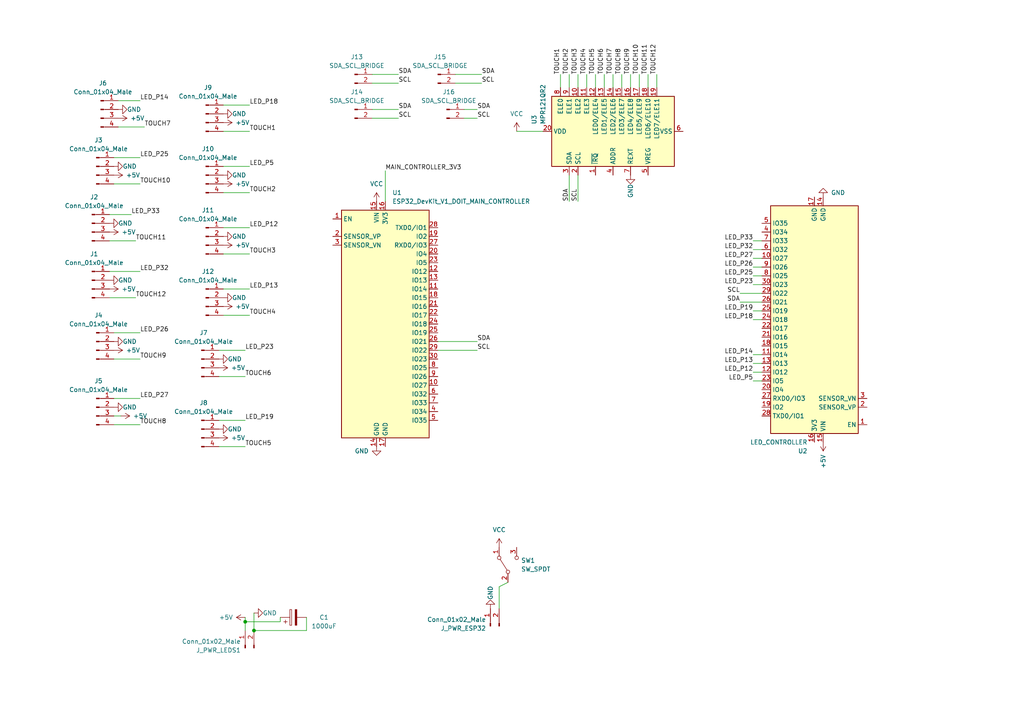
<source format=kicad_sch>
(kicad_sch (version 20211123) (generator eeschema)
  (paper "A4")
  (lib_symbols
    (symbol "Connector:Conn_01x02_Male" (pin_names (offset 1.016) hide)
      (property "Reference" "J" (at 0 2.54 0))
      (property "Value" "Conn_01x02_Male" (at 0 -5.08 0))
      (symbol "Conn_01x02_Male_1_1"
        (polyline (pts (xy 1.27 -2.54) (xy 0.8636 -2.54)) (stroke (width 0.1524)))
        (polyline (pts (xy 1.27 0) (xy 0.8636 0)) (stroke (width 0.1524)))
        (rectangle (start 0.8636 -2.413) (end 0 -2.667) (stroke (width 0.1524)) (fill (type outline)))
        (rectangle (start 0.8636 0.127) (end 0 -0.127) (stroke (width 0.1524)) (fill (type outline)))
        (pin passive line (at 5.08 0 180) (length 3.81) (name "Pin_1") (number "1"))
        (pin passive line (at 5.08 -2.54 180) (length 3.81) (name "Pin_2") (number "2"))
      )
    )
    (symbol "Connector:Conn_01x04_Male" (pin_names (offset 1.016) hide)
      (property "Reference" "J" (at 0 5.08 0))
      (property "Value" "Conn_01x04_Male" (at 0 -7.62 0))
      (symbol "Conn_01x04_Male_1_1"
        (polyline (pts (xy 1.27 -5.08) (xy 0.8636 -5.08)) (stroke (width 0.1524)))
        (polyline (pts (xy 1.27 -2.54) (xy 0.8636 -2.54)) (stroke (width 0.1524)))
        (polyline (pts (xy 1.27 0) (xy 0.8636 0)) (stroke (width 0.1524)))
        (polyline (pts (xy 1.27 2.54) (xy 0.8636 2.54)) (stroke (width 0.1524)))
        (rectangle (start 0.8636 -4.953) (end 0 -5.207) (stroke (width 0.1524)) (fill (type outline)))
        (rectangle (start 0.8636 -2.413) (end 0 -2.667) (stroke (width 0.1524)) (fill (type outline)))
        (rectangle (start 0.8636 0.127) (end 0 -0.127) (stroke (width 0.1524)) (fill (type outline)))
        (rectangle (start 0.8636 2.667) (end 0 2.413) (stroke (width 0.1524)) (fill (type outline)))
        (pin passive line (at 5.08 2.54 180) (length 3.81) (name "Pin_1") (number "1"))
        (pin passive line (at 5.08 0 180) (length 3.81) (name "Pin_2") (number "2"))
        (pin passive line (at 5.08 -2.54 180) (length 3.81) (name "Pin_3") (number "3"))
        (pin passive line (at 5.08 -5.08 180) (length 3.81) (name "Pin_4") (number "4"))
      )
    )
    (symbol "Device:C_Polarized" (pin_numbers hide) (pin_names (offset 0.254))
      (property "Reference" "C" (at 0.635 2.54 0))
      (property "Value" "C_Polarized" (at 0.635 -2.54 0))
      (symbol "C_Polarized_0_1"
        (rectangle (start -2.286 0.508) (end 2.286 1.016))
        (polyline (pts (xy -1.778 2.286) (xy -0.762 2.286)))
        (polyline (pts (xy -1.27 2.794) (xy -1.27 1.778)))
        (rectangle (start 2.286 -0.508) (end -2.286 -1.016) (fill (type outline)))
      )
      (symbol "C_Polarized_1_1"
        (pin passive line (at 0 3.81 270) (length 2.794) (name "~") (number "1"))
        (pin passive line (at 0 -3.81 90) (length 2.794) (name "~") (number "2"))
      )
    )
    (symbol "ESP32_devkit_v1:ESP32_DevKit_V1_DOIT"
      (property "Reference" "U" (at -11.43 34.29 0))
      (property "Value" "ESP32_DevKit_V1_DOIT" (at 11.43 34.29 0))
      (symbol "ESP32_DevKit_V1_DOIT_1_1"
        (rectangle (start -12.7 33.02) (end 12.7 -33.02) (stroke (width 0.254)) (fill (type background)))
        (pin input line (at -15.24 30.48 0) (length 2.54) (name "EN") (number "1"))
        (pin bidirectional line (at 15.24 -17.78 180) (length 2.54) (name "IO27") (number "10"))
        (pin bidirectional line (at 15.24 10.16 180) (length 2.54) (name "IO14") (number "11"))
        (pin bidirectional line (at 15.24 15.24 180) (length 2.54) (name "IO12") (number "12"))
        (pin bidirectional line (at 15.24 12.7 180) (length 2.54) (name "IO13") (number "13"))
        (pin power_in line (at -2.54 -35.56 90) (length 2.54) (name "GND") (number "14"))
        (pin power_in line (at -2.54 35.56 270) (length 2.54) (name "VIN") (number "15"))
        (pin power_in line (at 0 35.56 270) (length 2.54) (name "3V3") (number "16"))
        (pin power_in line (at 0 -35.56 90) (length 2.54) (name "GND") (number "17"))
        (pin bidirectional line (at 15.24 7.62 180) (length 2.54) (name "IO15") (number "18"))
        (pin bidirectional line (at 15.24 25.4 180) (length 2.54) (name "IO2") (number "19"))
        (pin input line (at -15.24 25.4 0) (length 2.54) (name "SENSOR_VP") (number "2"))
        (pin bidirectional line (at 15.24 20.32 180) (length 2.54) (name "IO4") (number "20"))
        (pin bidirectional line (at 15.24 5.08 180) (length 2.54) (name "IO16") (number "21"))
        (pin bidirectional line (at 15.24 2.54 180) (length 2.54) (name "IO17") (number "22"))
        (pin bidirectional line (at 15.24 17.78 180) (length 2.54) (name "IO5") (number "23"))
        (pin bidirectional line (at 15.24 0 180) (length 2.54) (name "IO18") (number "24"))
        (pin bidirectional line (at 15.24 -2.54 180) (length 2.54) (name "IO19") (number "25"))
        (pin bidirectional line (at 15.24 -5.08 180) (length 2.54) (name "IO21") (number "26"))
        (pin bidirectional line (at 15.24 22.86 180) (length 2.54) (name "RXD0/IO3") (number "27"))
        (pin bidirectional line (at 15.24 27.94 180) (length 2.54) (name "TXD0/IO1") (number "28"))
        (pin bidirectional line (at 15.24 -7.62 180) (length 2.54) (name "IO22") (number "29"))
        (pin input line (at -15.24 22.86 0) (length 2.54) (name "SENSOR_VN") (number "3"))
        (pin bidirectional line (at 15.24 -10.16 180) (length 2.54) (name "IO23") (number "30"))
        (pin input line (at 15.24 -25.4 180) (length 2.54) (name "IO34") (number "4"))
        (pin input line (at 15.24 -27.94 180) (length 2.54) (name "IO35") (number "5"))
        (pin bidirectional line (at 15.24 -20.32 180) (length 2.54) (name "IO32") (number "6"))
        (pin bidirectional line (at 15.24 -22.86 180) (length 2.54) (name "IO33") (number "7"))
        (pin bidirectional line (at 15.24 -12.7 180) (length 2.54) (name "IO25") (number "8"))
        (pin bidirectional line (at 15.24 -15.24 180) (length 2.54) (name "IO26") (number "9"))
      )
    )
    (symbol "Sensor_Touch:MPR121QR2"
      (property "Reference" "U" (at -10.16 19.05 0))
      (property "Value" "MPR121QR2" (at 6.35 19.05 0))
      (symbol "MPR121QR2_0_1"
        (rectangle (start -10.16 17.78) (end 10.16 -17.78) (stroke (width 0.254)) (fill (type background)))
      )
      (symbol "MPR121QR2_1_1"
        (pin open_collector line (at -12.7 5.08 0) (length 2.54) (name "~{IRQ}") (number "1"))
        (pin passive line (at 12.7 10.16 180) (length 2.54) (name "ELE2") (number "10"))
        (pin passive line (at 12.7 7.62 180) (length 2.54) (name "ELE3") (number "11"))
        (pin passive line (at 12.7 5.08 180) (length 2.54) (name "LED0/ELE4") (number "12"))
        (pin passive line (at 12.7 2.54 180) (length 2.54) (name "LED1/ELE5") (number "13"))
        (pin passive line (at 12.7 0 180) (length 2.54) (name "LED2/ELE6") (number "14"))
        (pin passive line (at 12.7 -2.54 180) (length 2.54) (name "LED3/ELE7") (number "15"))
        (pin passive line (at 12.7 -5.08 180) (length 2.54) (name "LED4/ELE8") (number "16"))
        (pin passive line (at 12.7 -7.62 180) (length 2.54) (name "LED5/ELE9") (number "17"))
        (pin passive line (at 12.7 -10.16 180) (length 2.54) (name "LED6/ELE10") (number "18"))
        (pin passive line (at 12.7 -12.7 180) (length 2.54) (name "LED7/ELE11") (number "19"))
        (pin input line (at -12.7 10.16 0) (length 2.54) (name "SCL") (number "2"))
        (pin power_in line (at 0 20.32 270) (length 2.54) (name "VDD") (number "20"))
        (pin bidirectional line (at -12.7 12.7 0) (length 2.54) (name "SDA") (number "3"))
        (pin input line (at -12.7 0 0) (length 2.54) (name "ADDR") (number "4"))
        (pin passive line (at -12.7 -10.16 0) (length 2.54) (name "VREG") (number "5"))
        (pin power_in line (at 0 -20.32 90) (length 2.54) (name "VSS") (number "6"))
        (pin passive line (at -12.7 -5.08 0) (length 2.54) (name "REXT") (number "7"))
        (pin passive line (at 12.7 15.24 180) (length 2.54) (name "ELE0") (number "8"))
        (pin passive line (at 12.7 12.7 180) (length 2.54) (name "ELE1") (number "9"))
      )
    )
    (symbol "Switch:SW_SPDT" (pin_names (offset 0) hide)
      (property "Reference" "SW" (at 0 4.318 0))
      (property "Value" "SW_SPDT" (at 0 -5.08 0))
      (symbol "SW_SPDT_0_0"
        (circle (center -2.032 0) (radius 0.508))
        (circle (center 2.032 -2.54) (radius 0.508))
      )
      (symbol "SW_SPDT_0_1"
        (polyline (pts (xy -1.524 0.254) (xy 1.651 2.286)))
        (circle (center 2.032 2.54) (radius 0.508))
      )
      (symbol "SW_SPDT_1_1"
        (pin passive line (at 5.08 2.54 180) (length 2.54) (name "A") (number "1"))
        (pin passive line (at -5.08 0 0) (length 2.54) (name "B") (number "2"))
        (pin passive line (at 5.08 -2.54 180) (length 2.54) (name "C") (number "3"))
      )
    )
    (symbol "power:+5V" (power) (pin_names (offset 0))
      (property "Value" "+5V" (at 0 3.556 0))
      (symbol "+5V_0_1"
        (polyline (pts (xy -0.762 1.27) (xy 0 2.54)))
        (polyline (pts (xy 0 0) (xy 0 2.54)))
        (polyline (pts (xy 0 2.54) (xy 0.762 1.27)))
      )
      (symbol "+5V_1_1"
        (pin power_in line (at 0 0 90) (length 0) hide (name "+5V") (number "1"))
      )
    )
    (symbol "power:GND" (power) (pin_names (offset 0))
      (property "Value" "GND" (at 0 -3.81 0))
      (symbol "GND_0_1"
        (polyline (pts (xy 0 0) (xy 0 -1.27) (xy 1.27 -1.27) (xy 0 -2.54) (xy -1.27 -1.27) (xy 0 -1.27)))
      )
      (symbol "GND_1_1"
        (pin power_in line (at 0 0 270) (length 0) hide (name "GND") (number "1"))
      )
    )
    (symbol "power:VCC" (power) (pin_names (offset 0))
      (property "Value" "VCC" (at 0 3.81 0))
      (symbol "VCC_0_1"
        (polyline (pts (xy -0.762 1.27) (xy 0 2.54)))
        (polyline (pts (xy 0 0) (xy 0 2.54)))
        (polyline (pts (xy 0 2.54) (xy 0.762 1.27)))
      )
      (symbol "VCC_1_1"
        (pin power_in line (at 0 0 90) (length 0) hide (name "VCC") (number "1"))
      )
    )
  )
  (junction (at 73.66 182.88))
  (junction (at 71.12 180.34))
  (wire (pts (xy 64.77 55.88) (xy 72.39 55.88)))
  (wire (pts (xy 34.29 29.21) (xy 40.64 29.21)))
  (wire (pts (xy 81.28 179.07) (xy 81.28 180.34)))
  (wire (pts (xy 220.98 85.09) (xy 214.63 85.09)))
  (wire (pts (xy 132.08 21.59) (xy 139.7 21.59)))
  (wire (pts (xy 88.9 179.07) (xy 88.9 182.88)))
  (wire (pts (xy 127 99.06) (xy 138.43 99.06)))
  (wire (pts (xy 144.78 176.53) (xy 144.78 170.18)))
  (wire (pts (xy 127 101.6) (xy 138.43 101.6)))
  (wire (pts (xy 182.88 25.4) (xy 182.88 21.59)))
  (wire (pts (xy 220.98 72.39) (xy 218.44 72.39)))
  (wire (pts (xy 64.77 38.1) (xy 72.39 38.1)))
  (wire (pts (xy 33.02 96.52) (xy 40.64 96.52)))
  (wire (pts (xy 175.26 25.4) (xy 175.26 21.59)))
  (wire (pts (xy 81.28 180.34) (xy 71.12 180.34)))
  (wire (pts (xy 107.95 34.29) (xy 115.57 34.29)))
  (wire (pts (xy 64.77 83.82) (xy 72.39 83.82)))
  (wire (pts (xy 33.02 120.65) (xy 35.0719 120.65)))
  (wire (pts (xy 177.8 25.4) (xy 177.8 21.59)))
  (wire (pts (xy 167.64 25.4) (xy 167.64 21.59)))
  (wire (pts (xy 165.1 25.4) (xy 165.1 21.59)))
  (wire (pts (xy 220.98 77.47) (xy 218.44 77.47)))
  (wire (pts (xy 31.75 78.74) (xy 40.64 78.74)))
  (wire (pts (xy 220.98 107.95) (xy 218.44 107.95)))
  (wire (pts (xy 165.1 58.42) (xy 165.1 50.8)))
  (wire (pts (xy 34.29 36.83) (xy 41.91 36.83)))
  (wire (pts (xy 33.02 104.14) (xy 40.64 104.14)))
  (wire (pts (xy 107.95 21.59) (xy 115.57 21.59)))
  (wire (pts (xy 107.95 24.13) (xy 115.57 24.13)))
  (wire (pts (xy 33.02 123.19) (xy 40.64 123.19)))
  (wire (pts (xy 31.75 62.23) (xy 38.1 62.23)))
  (wire (pts (xy 220.98 90.17) (xy 218.44 90.17)))
  (wire (pts (xy 63.5 101.6) (xy 71.12 101.6)))
  (wire (pts (xy 33.02 115.57) (xy 40.64 115.57)))
  (wire (pts (xy 107.95 31.75) (xy 115.57 31.75)))
  (wire (pts (xy 63.5 129.54) (xy 71.12 129.54)))
  (wire (pts (xy 71.12 179.07) (xy 71.12 180.34)))
  (wire (pts (xy 172.72 25.4) (xy 172.72 21.59)))
  (wire (pts (xy 64.77 48.26) (xy 72.39 48.26)))
  (wire (pts (xy 31.75 69.85) (xy 39.37 69.85)))
  (wire (pts (xy 64.77 66.04) (xy 72.39 66.04)))
  (wire (pts (xy 64.77 91.44) (xy 72.39 91.44)))
  (wire (pts (xy 134.62 34.29) (xy 138.43 34.29)))
  (wire (pts (xy 170.18 25.4) (xy 170.18 21.59)))
  (wire (pts (xy 134.62 31.75) (xy 138.43 31.75)))
  (wire (pts (xy 220.98 69.85) (xy 218.44 69.85)))
  (wire (pts (xy 111.76 49.53) (xy 111.76 58.42)))
  (wire (pts (xy 64.77 73.66) (xy 72.39 73.66)))
  (wire (pts (xy 162.56 25.4) (xy 162.56 21.59)))
  (wire (pts (xy 220.98 110.49) (xy 218.44 110.49)))
  (wire (pts (xy 71.12 180.34) (xy 71.12 182.88)))
  (wire (pts (xy 64.77 30.48) (xy 72.39 30.48)))
  (wire (pts (xy 190.5 25.4) (xy 190.5 21.59)))
  (wire (pts (xy 167.64 58.42) (xy 167.64 50.8)))
  (wire (pts (xy 73.66 177.8) (xy 73.66 182.88)))
  (wire (pts (xy 187.96 25.4) (xy 187.96 21.59)))
  (wire (pts (xy 63.5 109.22) (xy 71.12 109.22)))
  (wire (pts (xy 180.34 25.4) (xy 180.34 21.59)))
  (wire (pts (xy 149.86 38.1) (xy 157.48 38.1)))
  (wire (pts (xy 220.98 92.71) (xy 218.44 92.71)))
  (wire (pts (xy 132.08 24.13) (xy 139.7 24.13)))
  (wire (pts (xy 220.98 87.63) (xy 214.63 87.63)))
  (wire (pts (xy 220.98 102.87) (xy 218.44 102.87)))
  (wire (pts (xy 33.02 45.72) (xy 40.64 45.72)))
  (wire (pts (xy 144.78 170.18) (xy 147.32 168.91)))
  (wire (pts (xy 63.5 121.92) (xy 71.12 121.92)))
  (wire (pts (xy 220.98 74.93) (xy 218.44 74.93)))
  (wire (pts (xy 220.98 82.55) (xy 218.44 82.55)))
  (wire (pts (xy 185.42 25.4) (xy 185.42 21.59)))
  (wire (pts (xy 220.98 105.41) (xy 218.44 105.41)))
  (wire (pts (xy 220.98 80.01) (xy 218.44 80.01)))
  (wire (pts (xy 33.02 53.34) (xy 40.64 53.34)))
  (wire (pts (xy 88.9 182.88) (xy 73.66 182.88)))
  (wire (pts (xy 31.75 86.36) (xy 39.37 86.36)))
  (label "SDA" (at 138.43 31.75 0))
  (label "LED_P23" (at 71.12 101.6 0))
  (label "LED_P14" (at 218.44 102.87 180))
  (label "TOUCH8" (at 180.34 21.59 90))
  (label "LED_P26" (at 40.64 96.52 0))
  (label "LED_P27" (at 218.44 74.93 180))
  (label "TOUCH1" (at 72.39 38.1 0))
  (label "TOUCH12" (at 39.37 86.36 0))
  (label "LED_P18" (at 218.44 92.71 180))
  (label "SCL" (at 138.43 34.29 0))
  (label "TOUCH4" (at 72.39 91.44 0))
  (label "LED_P12" (at 72.39 66.04 0))
  (label "TOUCH10" (at 40.64 53.34 0))
  (label "LED_P33" (at 38.1 62.23 0))
  (label "LED_P27" (at 40.64 115.57 0))
  (label "SDA" (at 139.7 21.59 0))
  (label "TOUCH9" (at 182.88 21.59 90))
  (label "TOUCH8" (at 40.64 123.19 0))
  (label "SCL" (at 167.64 58.42 90))
  (label "SDA" (at 115.57 31.75 0))
  (label "SCL" (at 115.57 24.13 0))
  (label "LED_P25" (at 40.64 45.72 0))
  (label "LED_P32" (at 218.44 72.39 180))
  (label "TOUCH6" (at 71.12 109.22 0))
  (label "LED_P5" (at 218.44 110.49 180))
  (label "SDA" (at 115.57 21.59 0))
  (label "TOUCH3" (at 72.39 73.66 0))
  (label "LED_P5" (at 72.39 48.26 0))
  (label "LED_P13" (at 218.44 105.41 180))
  (label "LED_P12" (at 218.44 107.95 180))
  (label "TOUCH10" (at 185.42 21.59 90))
  (label "MAIN_CONTROLLER_3V3" (at 111.76 49.53 0))
  (label "TOUCH1" (at 162.56 21.59 90))
  (label "LED_P25" (at 218.44 80.01 180))
  (label "TOUCH3" (at 167.64 21.59 90))
  (label "TOUCH5" (at 172.72 21.59 90))
  (label "SDA" (at 165.1 58.42 90))
  (label "TOUCH2" (at 72.39 55.88 0))
  (label "TOUCH11" (at 187.96 21.59 90))
  (label "SCL" (at 139.7 24.13 0))
  (label "TOUCH12" (at 190.5 21.59 90))
  (label "LED_P14" (at 40.64 29.21 0))
  (label "TOUCH6" (at 175.26 21.59 90))
  (label "TOUCH11" (at 39.37 69.85 0))
  (label "TOUCH2" (at 165.1 21.59 90))
  (label "LED_P32" (at 40.64 78.74 0))
  (label "LED_P18" (at 72.39 30.48 0))
  (label "TOUCH5" (at 71.12 129.54 0))
  (label "TOUCH4" (at 170.18 21.59 90))
  (label "LED_P26" (at 218.44 77.47 180))
  (label "TOUCH7" (at 41.91 36.83 0))
  (label "SCL" (at 138.43 101.6 0))
  (label "SCL" (at 214.63 85.09 180))
  (label "LED_P19" (at 71.12 121.92 0))
  (label "LED_P33" (at 218.44 69.85 180))
  (label "SDA" (at 214.63 87.63 180))
  (label "SCL" (at 115.57 34.29 0))
  (label "TOUCH7" (at 177.8 21.59 90))
  (label "LED_P19" (at 218.44 90.17 180))
  (label "LED_P23" (at 218.44 82.55 180))
  (label "TOUCH9" (at 40.64 104.14 0))
  (label "LED_P13" (at 72.39 83.82 0))
  (label "SDA" (at 138.43 99.06 0))
  (symbol (lib_id "power:+5V") (at 33.02 50.8 270) (unit 1)
    (property "Reference" "#PWR0103" (effects hide))
    (property "Value" "+5V" (at 40.64 50.8 90) (effects (justify right)))
  )
  (symbol (lib_id "Switch:SW_SPDT") (at 147.32 163.83 90) (unit 1)
    (property "Reference" "SW1" (at 151.13 162.5599 90) (effects (justify right)))
    (property "Value" "SW_SPDT" (at 151.13 165.0999 90) (effects (justify right)))
    (property "Footprint" "Button_Switch_SMD:SW_DPDT_CK_JS202011JCQN" (effects hide))
  )
  (symbol (lib_id "power:GND") (at 63.5 104.14 90) (unit 1)
    (property "Reference" "#PWR014" (effects hide))
    (property "Value" "GND" (at 66.04 104.14 90) (effects (justify right)))
  )
  (symbol (lib_id "power:GND") (at 64.77 86.36 90) (unit 1)
    (property "Reference" "#PWR024" (effects hide))
    (property "Value" "GND" (at 67.31 86.36 90) (effects (justify right)))
  )
  (symbol (lib_id "power:GND") (at 31.75 64.77 90) (unit 1)
    (property "Reference" "#PWR04" (effects hide))
    (property "Value" "GND" (at 34.29 64.77 90) (effects (justify right)))
  )
  (symbol (lib_id "power:GND") (at 63.5 124.46 90) (unit 1)
    (property "Reference" "#PWR016" (effects hide))
    (property "Value" "GND" (at 66.04 124.46 90) (effects (justify right)))
  )
  (symbol (lib_id "power:GND") (at 64.77 33.02 90) (unit 1)
    (property "Reference" "#PWR018" (effects hide))
    (property "Value" "GND" (at 67.31 33.02 90) (effects (justify right)))
  )
  (symbol (lib_id "power:+5V") (at 64.77 35.56 270) (unit 1)
    (property "Reference" "#PWR0105" (effects hide))
    (property "Value" "+5V" (at 72.39 35.56 90) (effects (justify right)))
  )
  (symbol (lib_id "Connector:Conn_01x02_Male") (at 129.54 31.75 0) (unit 1)
    (property "Reference" "J16" (at 130.175 26.67 0))
    (property "Value" "SDA_SCL_BRIDGE" (at 130.175 29.21 0))
    (property "Footprint" "Connector_JST:JST_XH_B2B-XH-AM_1x02_P2.50mm_Vertical" (effects hide))
  )
  (symbol (lib_id "power:+5V") (at 31.75 83.82 270) (unit 1)
    (property "Reference" "#PWR0108" (effects hide))
    (property "Value" "+5V" (at 39.37 83.82 90) (effects (justify right)))
  )
  (symbol (lib_id "power:GND") (at 64.77 50.8 90) (unit 1)
    (property "Reference" "#PWR020" (effects hide))
    (property "Value" "GND" (at 67.31 50.8 90) (effects (justify right)))
  )
  (symbol (lib_id "power:+5V") (at 35.0719 120.65 270) (unit 1)
    (property "Reference" "#PWR0113" (effects hide))
    (property "Value" "+5V" (at 42.6919 120.65 90) (effects (justify right)))
  )
  (symbol (lib_id "power:+5V") (at 238.76 128.27 180) (unit 1)
    (property "Reference" "#PWR0117" (effects hide))
    (property "Value" "+5V" (at 238.76 135.89 90) (effects (justify right)))
  )
  (symbol (lib_id "power:+5V") (at 64.77 88.9 270) (unit 1)
    (property "Reference" "#PWR0107" (effects hide))
    (property "Value" "+5V" (at 72.39 88.9 90) (effects (justify right)))
  )
  (symbol (lib_id "power:VCC") (at 109.22 58.42 0) (unit 1)
    (property "Reference" "#PWR0123" (effects hide))
    (property "Value" "VCC" (at 109.22 53.34 0))
  )
  (symbol (lib_id "power:GND") (at 182.88 50.8 0) (unit 1)
    (property "Reference" "#PWR025" (effects hide))
    (property "Value" "GND" (at 182.88 53.34 90) (effects (justify right)))
  )
  (symbol (lib_id "power:GND") (at 34.29 31.75 90) (unit 1)
    (property "Reference" "#PWR012" (effects hide))
    (property "Value" "GND" (at 36.83 31.75 90) (effects (justify right)))
  )
  (symbol (lib_id "power:GND") (at 238.76 57.15 180) (unit 1)
    (property "Reference" "#PWR026" (effects hide))
    (property "Value" "GND" (at 245.11 55.88 0) (effects (justify left)))
  )
  (symbol (lib_id "Connector:Conn_01x02_Male") (at 71.12 187.96 90) (unit 1)
    (property "Reference" "J_PWR_LEDS1" (at 69.85 188.5951 90) (effects (justify left)))
    (property "Value" "Conn_01x02_Male" (at 69.85 186.0551 90) (effects (justify left)))
    (property "Footprint" "Connector_JST:JST_XH_B2B-XH-A_1x02_P2.50mm_Vertical" (effects hide))
  )
  (symbol (lib_id "power:VCC") (at 144.78 158.75 0) (unit 1)
    (property "Reference" "#PWR0121" (effects hide))
    (property "Value" "VCC" (at 144.78 153.67 0))
  )
  (symbol (lib_id "Connector:Conn_01x02_Male") (at 102.87 31.75 0) (unit 1)
    (property "Reference" "J14" (at 103.505 26.67 0))
    (property "Value" "SDA_SCL_BRIDGE" (at 103.505 29.21 0))
    (property "Footprint" "Connector_JST:JST_XH_B2B-XH-AM_1x02_P2.50mm_Vertical" (effects hide))
  )
  (symbol (lib_id "Connector:Conn_01x04_Male") (at 26.67 64.77 0) (unit 1)
    (property "Reference" "J2" (at 27.305 57.15 0))
    (property "Value" "Conn_01x04_Male" (at 27.305 59.69 0))
    (property "Footprint" "Connector_JST:JST_XH_B4B-XH-AM_1x04_P2.50mm_Vertical" (effects hide))
  )
  (symbol (lib_id "power:GND") (at 33.02 48.26 90) (unit 1)
    (property "Reference" "#PWR06" (effects hide))
    (property "Value" "GND" (at 35.56 48.26 90) (effects (justify right)))
  )
  (symbol (lib_id "Connector:Conn_01x04_Male") (at 26.67 81.28 0) (unit 1)
    (property "Reference" "J1" (at 27.305 73.66 0))
    (property "Value" "Conn_01x04_Male" (at 27.305 76.2 0))
    (property "Footprint" "Connector_JST:JST_XH_B4B-XH-AM_1x04_P2.50mm_Vertical" (effects hide))
  )
  (symbol (lib_id "power:+5V") (at 71.12 179.07 90) (unit 1)
    (property "Reference" "#PWR0109" (effects hide))
    (property "Value" "+5V" (at 63.5 179.07 90) (effects (justify right)))
  )
  (symbol (lib_id "Connector:Conn_01x04_Male") (at 29.21 31.75 0) (unit 1)
    (property "Reference" "J6" (at 29.845 24.13 0))
    (property "Value" "Conn_01x04_Male" (at 29.845 26.67 0))
    (property "Footprint" "Connector_JST:JST_XH_B4B-XH-AM_1x04_P2.50mm_Vertical" (effects hide))
  )
  (symbol (lib_id "power:+5V") (at 64.77 71.12 270) (unit 1)
    (property "Reference" "#PWR0106" (effects hide))
    (property "Value" "+5V" (at 72.39 71.12 90) (effects (justify right)))
  )
  (symbol (lib_id "Connector:Conn_01x02_Male") (at 127 21.59 0) (unit 1)
    (property "Reference" "J15" (at 127.635 16.51 0))
    (property "Value" "SDA_SCL_BRIDGE" (at 127.635 19.05 0))
    (property "Footprint" "Connector_JST:JST_XH_B2B-XH-AM_1x02_P2.50mm_Vertical" (effects hide))
  )
  (symbol (lib_id "power:GND") (at 73.66 177.8 90) (unit 1)
    (property "Reference" "#PWR0116" (effects hide))
    (property "Value" "GND" (at 76.2 177.8 90) (effects (justify right)))
  )
  (symbol (lib_id "Connector:Conn_01x04_Male") (at 58.42 124.46 0) (unit 1)
    (property "Reference" "J8" (at 59.055 116.84 0))
    (property "Value" "Conn_01x04_Male" (at 59.055 119.38 0))
    (property "Footprint" "Connector_JST:JST_XH_B4B-XH-AM_1x04_P2.50mm_Vertical" (effects hide))
  )
  (symbol (lib_id "power:+5V") (at 34.29 34.29 270) (unit 1)
    (property "Reference" "#PWR0102" (effects hide))
    (property "Value" "+5V" (at 41.91 34.29 90) (effects (justify right)))
  )
  (symbol (lib_id "power:VCC") (at 149.86 38.1 0) (unit 1)
    (property "Reference" "#PWR0115" (effects hide))
    (property "Value" "VCC" (at 149.86 33.02 0))
  )
  (symbol (lib_id "ESP32_devkit_v1:ESP32_DevKit_V1_DOIT") (at 236.22 92.71 180) (unit 1)
    (property "Reference" "U2" (at 234.2006 130.81 0) (effects (justify left)))
    (property "Value" "LED_CONTROLLER" (at 234.2006 128.27 0) (effects (justify left)))
    (property "Footprint" "ESP32_devkit_v1:esp32_devkit_v1_doit" (effects hide))
    (property "Datasheet" "https://aliexpress.com/item/32864722159.html" (effects hide))
  )
  (symbol (lib_id "Connector:Conn_01x04_Male") (at 59.69 33.02 0) (unit 1)
    (property "Reference" "J9" (at 60.325 25.4 0))
    (property "Value" "Conn_01x04_Male" (at 60.325 27.94 0))
    (property "Footprint" "Connector_JST:JST_XH_B4B-XH-AM_1x04_P2.50mm_Vertical" (effects hide))
  )
  (symbol (lib_id "power:+5V") (at 63.5 127 270) (unit 1)
    (property "Reference" "#PWR0114" (effects hide))
    (property "Value" "+5V" (at 71.12 127 90) (effects (justify right)))
  )
  (symbol (lib_id "power:+5V") (at 63.5 106.68 270) (unit 1)
    (property "Reference" "#PWR0112" (effects hide))
    (property "Value" "+5V" (at 71.12 106.68 90) (effects (justify right)))
  )
  (symbol (lib_id "Sensor_Touch:MPR121QR2") (at 177.8 38.1 90) (unit 1)
    (property "Reference" "U3" (at 154.94 36.0806 0) (effects (justify left)))
    (property "Value" "MPR121QR2" (at 157.48 36.0806 0) (effects (justify left)))
    (property "Footprint" "mpr121_test-3:custom-mpr121" (effects hide))
    (property "Datasheet" "https://resurgentsemi.com/wp-content/uploads/2018/09/MPR121_rev5-Resurgent.pdf?d453f8&d453f8" (effects hide))
  )
  (symbol (lib_id "power:GND") (at 33.02 118.11 90) (unit 1)
    (property "Reference" "#PWR010" (effects hide))
    (property "Value" "GND" (at 35.56 118.11 90) (effects (justify right)))
  )
  (symbol (lib_id "Connector:Conn_01x04_Male") (at 59.69 50.8 0) (unit 1)
    (property "Reference" "J10" (at 60.325 43.18 0))
    (property "Value" "Conn_01x04_Male" (at 60.325 45.72 0))
    (property "Footprint" "Connector_JST:JST_XH_B4B-XH-AM_1x04_P2.50mm_Vertical" (effects hide))
  )
  (symbol (lib_id "power:+5V") (at 33.02 101.6 270) (unit 1)
    (property "Reference" "#PWR0110" (effects hide))
    (property "Value" "+5V" (at 40.64 101.6 90) (effects (justify right)))
  )
  (symbol (lib_id "ESP32_devkit_v1:ESP32_DevKit_V1_DOIT") (at 111.76 93.98 0) (unit 1)
    (property "Reference" "U1" (at 113.7794 55.88 0) (effects (justify left)))
    (property "Value" "ESP32_DevKit_V1_DOIT_MAIN_CONTROLLER" (at 113.7794 58.42 0) (effects (justify left)))
    (property "Footprint" "ESP32_devkit_v1:esp32_devkit_v1_doit" (effects hide))
    (property "Datasheet" "https://aliexpress.com/item/32864722159.html" (effects hide))
  )
  (symbol (lib_id "Connector:Conn_01x04_Male") (at 58.42 104.14 0) (unit 1)
    (property "Reference" "J7" (at 59.055 96.52 0))
    (property "Value" "Conn_01x04_Male" (at 59.055 99.06 0))
    (property "Footprint" "Connector_JST:JST_XH_B4B-XH-AM_1x04_P2.50mm_Vertical" (effects hide))
  )
  (symbol (lib_id "power:GND") (at 31.75 81.28 90) (unit 1)
    (property "Reference" "#PWR02" (effects hide))
    (property "Value" "GND" (at 34.29 81.28 90) (effects (justify right)))
  )
  (symbol (lib_id "Connector:Conn_01x04_Male") (at 27.94 99.06 0) (unit 1)
    (property "Reference" "J4" (at 28.575 91.44 0))
    (property "Value" "Conn_01x04_Male" (at 28.575 93.98 0))
    (property "Footprint" "Connector_JST:JST_XH_B4B-XH-AM_1x04_P2.50mm_Vertical" (effects hide))
  )
  (symbol (lib_id "power:GND") (at 64.77 68.58 90) (unit 1)
    (property "Reference" "#PWR022" (effects hide))
    (property "Value" "GND" (at 67.31 68.58 90) (effects (justify right)))
  )
  (symbol (lib_id "power:+5V") (at 31.75 67.31 270) (unit 1)
    (property "Reference" "#PWR0104" (effects hide))
    (property "Value" "+5V" (at 39.37 67.31 90) (effects (justify right)))
  )
  (symbol (lib_id "power:+5V") (at 64.77 53.34 270) (unit 1)
    (property "Reference" "#PWR0101" (effects hide))
    (property "Value" "+5V" (at 72.39 53.34 90) (effects (justify right)))
  )
  (symbol (lib_id "Connector:Conn_01x04_Male") (at 59.69 68.58 0) (unit 1)
    (property "Reference" "J11" (at 60.325 60.96 0))
    (property "Value" "Conn_01x04_Male" (at 60.325 63.5 0))
    (property "Footprint" "Connector_JST:JST_XH_B4B-XH-AM_1x04_P2.50mm_Vertical" (effects hide))
  )
  (symbol (lib_id "Device:C_Polarized") (at 85.09 179.07 90) (unit 1)
    (property "Reference" "C1" (at 93.98 179.07 90))
    (property "Value" "1000uF" (at 93.98 181.61 90))
    (property "Footprint" "Capacitor_THT:CP_Radial_D10.0mm_P5.00mm" (effects hide))
  )
  (symbol (lib_id "Connector:Conn_01x04_Male") (at 59.69 86.36 0) (unit 1)
    (property "Reference" "J12" (at 60.325 78.74 0))
    (property "Value" "Conn_01x04_Male" (at 60.325 81.28 0))
    (property "Footprint" "Connector_JST:JST_XH_B4B-XH-AM_1x04_P2.50mm_Vertical" (effects hide))
  )
  (symbol (lib_id "power:GND") (at 33.02 99.06 90) (unit 1)
    (property "Reference" "#PWR08" (effects hide))
    (property "Value" "GND" (at 35.56 99.06 90) (effects (justify right)))
  )
  (symbol (lib_id "Connector:Conn_01x04_Male") (at 27.94 118.11 0) (unit 1)
    (property "Reference" "J5" (at 28.575 110.49 0))
    (property "Value" "Conn_01x04_Male" (at 28.575 113.03 0))
    (property "Footprint" "Connector_JST:JST_XH_B4B-XH-AM_1x04_P2.50mm_Vertical" (effects hide))
  )
  (symbol (lib_id "power:GND") (at 109.22 129.54 0) (unit 1)
    (property "Reference" "#PWR0111" (effects hide))
    (property "Value" "GND" (at 102.87 130.81 0) (effects (justify left)))
  )
  (symbol (lib_id "power:GND") (at 142.24 176.53 180) (unit 1)
    (property "Reference" "#PWR0122" (effects hide))
    (property "Value" "GND" (at 142.24 173.99 90) (effects (justify right)))
  )
  (symbol (lib_id "Connector:Conn_01x02_Male") (at 102.87 21.59 0) (unit 1)
    (property "Reference" "J13" (at 103.505 16.51 0))
    (property "Value" "SDA_SCL_BRIDGE" (at 103.505 19.05 0))
    (property "Footprint" "Connector_JST:JST_XH_B2B-XH-AM_1x02_P2.50mm_Vertical" (effects hide))
  )
  (symbol (lib_id "Connector:Conn_01x04_Male") (at 27.94 48.26 0) (unit 1)
    (property "Reference" "J3" (at 28.575 40.64 0))
    (property "Value" "Conn_01x04_Male" (at 28.575 43.18 0))
    (property "Footprint" "Connector_JST:JST_XH_B4B-XH-AM_1x04_P2.50mm_Vertical" (effects hide))
  )
  (symbol (lib_id "Connector:Conn_01x02_Male") (at 142.24 181.61 90) (unit 1)
    (property "Reference" "J_PWR_ESP32" (at 140.97 182.2451 90) (effects (justify left)))
    (property "Value" "Conn_01x02_Male" (at 140.97 179.7051 90) (effects (justify left)))
    (property "Footprint" "Connector_JST:JST_XH_B2B-XH-A_1x02_P2.50mm_Vertical" (effects hide))
  )
)
</source>
